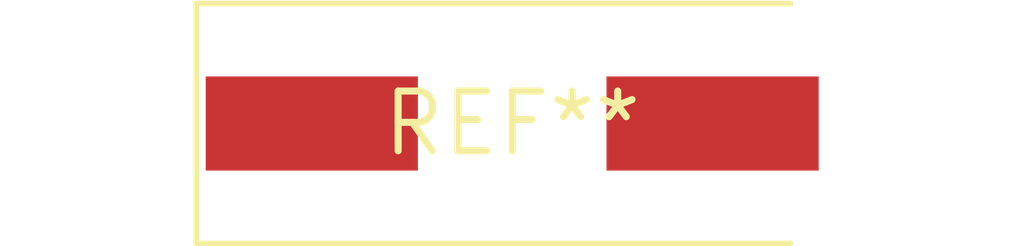
<source format=kicad_pcb>
(kicad_pcb (version 20240108) (generator pcbnew)
  (layers (0 "F.Cu" signal) (31 "B.Cu" signal) (34 "B.Paste" user) (35 "F.Paste" user) (36 "B.SilkS" user "B.Silkscreen") (37 "F.SilkS" user "F.Silkscreen") (38 "B.Mask" user) (39 "F.Mask" user) (44 "Edge.Cuts" user))
  (net 0 "")
  (footprint "Crystal_SMD_HC49-SD" (layer "F.Cu") (at 0 0)
    (property "Reference" "REF**")
    (property "Value" "Crystal_SMD_HC49-SD")
    (fp_line (start -6.7 -2.55) (end -6.7 2.55) (layer "F.SilkS") (stroke (width 0.12)))
    (fp_line (start -6.7 2.55) (end 5.9 2.55) (layer "F.SilkS") (stroke (width 0.12)))
    (fp_line (start 5.9 -2.55) (end -6.7 -2.55) (layer "F.SilkS") (stroke (width 0.12)))
    (pad "1" smd rect (at -4.25 0) (size 4.5 2) (layers "F.Cu" "F.Paste" "F.Mask"))
    (pad "2" smd rect (at 4.25 0) (size 4.5 2) (layers "F.Cu" "F.Paste" "F.Mask"))
  )
)
</source>
